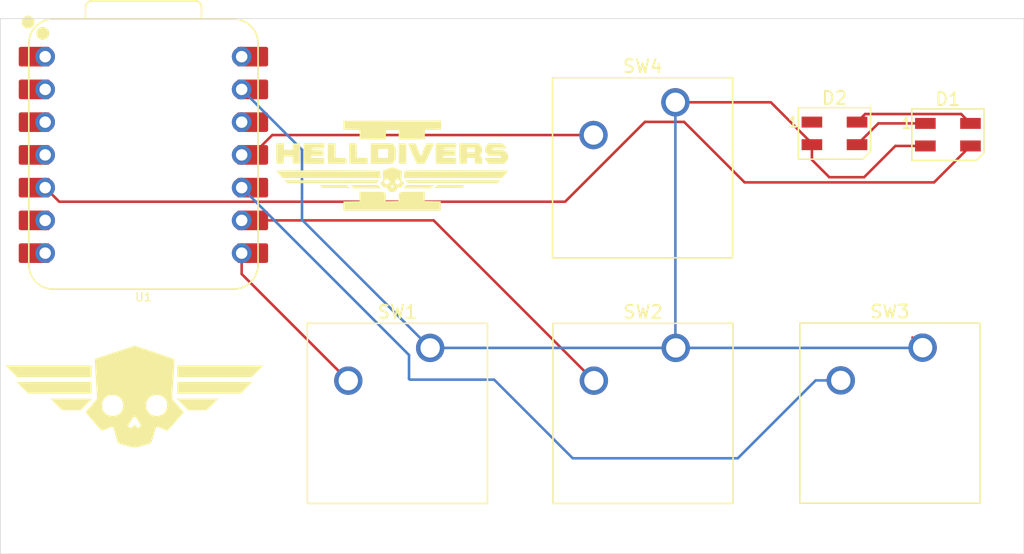
<source format=kicad_pcb>
(kicad_pcb (version 20241229) (generator "pcbnew") (generator_version "9.0")
  (layers (0 "F.Cu" signal) (2 "B.Cu" signal) (13 "F.Paste" user) (15 "B.Paste" user) (5 "F.SilkS" user "F.Silkscreen") (7 "B.SilkS" user "B.Silkscreen") (1 "F.Mask" user) (3 "B.Mask" user) (25 "Edge.Cuts" user))
  (net 0 "")
  (net 1 "Net-(D1-DIN)")
  (net 2 "Net-(U1-GPIO1{slash}RX)")
  (net 3 "GND")
  (net 4 "Net-(U1-GPIO2{slash}SCK)")
  (net 5 "Net-(U1-GPIO4{slash}MISO)")
  (net 6 "Net-(U1-GPIO3{slash}MOSI)")
  (net 8 "+5V")
  (net 15 "Net-(D1-DOUT)")
  (net 16 "Net-(D1-VDD)")
  (footprint "Button_Switch_Keyboard:SW_Cherry_MX_1.00u_PCB" (layer "F.Cu") (at 193.04 106.83875)
    (property "Reference" "SW1" (at -2.54 -2.794 0) (layer "F.SilkS"))
    (property "Value" "SW_Push")
    (fp_line (start -9.525 -1.905) (end 4.445 -1.905) (stroke (width 0.12)) (layer "F.SilkS"))
    (fp_line (start -9.525 12.065) (end -9.525 -1.905) (stroke (width 0.12)) (layer "F.SilkS"))
    (fp_line (start 4.445 -1.905) (end 4.445 12.065) (stroke (width 0.12)) (layer "F.SilkS"))
    (fp_line (start 4.445 12.065) (end -9.525 12.065) (stroke (width 0.12)) (layer "F.SilkS"))
    (pad "" np_thru_hole circle (at -7.62 5.08) (size 1.7 1.7) (drill 1.7) (layers "*.Cu" "*.Mask"))
    (pad "" np_thru_hole circle (at -2.54 5.08) (size 4 4) (drill 4) (layers "*.Cu" "*.Mask"))
    (pad "" np_thru_hole circle (at 2.54 5.08) (size 1.7 1.7) (drill 1.7) (layers "*.Cu" "*.Mask"))
    (pad "1" thru_hole circle (at 0 0) (size 2.2 2.2) (drill 1.5) (layers "*.Cu" "*.Mask") (net 3 "GND"))
    (pad "2" thru_hole circle (at -6.35 2.54) (size 2.2 2.2) (drill 1.5) (layers "*.Cu" "*.Mask") (net 2 "Net-(U1-GPIO1{slash}RX)"))
  )
  (footprint "Button_Switch_Keyboard:SW_Cherry_MX_1.00u_PCB" (layer "F.Cu") (at 212.09 106.83875)
    (property "Reference" "SW2" (at -2.54 -2.794 0) (layer "F.SilkS"))
    (property "Value" "SW_Push")
    (fp_line (start -9.525 -1.905) (end 4.445 -1.905) (stroke (width 0.12)) (layer "F.SilkS"))
    (fp_line (start -9.525 12.065) (end -9.525 -1.905) (stroke (width 0.12)) (layer "F.SilkS"))
    (fp_line (start 4.445 -1.905) (end 4.445 12.065) (stroke (width 0.12)) (layer "F.SilkS"))
    (fp_line (start 4.445 12.065) (end -9.525 12.065) (stroke (width 0.12)) (layer "F.SilkS"))
    (pad "" np_thru_hole circle (at -7.62 5.08) (size 1.7 1.7) (drill 1.7) (layers "*.Cu" "*.Mask"))
    (pad "" np_thru_hole circle (at -2.54 5.08) (size 4 4) (drill 4) (layers "*.Cu" "*.Mask"))
    (pad "" np_thru_hole circle (at 2.54 5.08) (size 1.7 1.7) (drill 1.7) (layers "*.Cu" "*.Mask"))
    (pad "1" thru_hole circle (at 0 0) (size 2.2 2.2) (drill 1.5) (layers "*.Cu" "*.Mask") (net 3 "GND"))
    (pad "2" thru_hole circle (at -6.35 2.54) (size 2.2 2.2) (drill 1.5) (layers "*.Cu" "*.Mask") (net 4 "Net-(U1-GPIO2{slash}SCK)"))
  )
  (footprint "Button_Switch_Keyboard:SW_Cherry_MX_1.00u_PCB" (layer "F.Cu") (at 212.06 87.78875)
    (property "Reference" "SW4" (at -2.54 -2.794 0) (layer "F.SilkS"))
    (property "Value" "SW_Push")
    (fp_line (start -9.525 -1.905) (end 4.445 -1.905) (stroke (width 0.12)) (layer "F.SilkS"))
    (fp_line (start -9.525 12.065) (end -9.525 -1.905) (stroke (width 0.12)) (layer "F.SilkS"))
    (fp_line (start 4.445 -1.905) (end 4.445 12.065) (stroke (width 0.12)) (layer "F.SilkS"))
    (fp_line (start 4.445 12.065) (end -9.525 12.065) (stroke (width 0.12)) (layer "F.SilkS"))
    (pad "" np_thru_hole circle (at -7.62 5.08) (size 1.7 1.7) (drill 1.7) (layers "*.Cu" "*.Mask"))
    (pad "" np_thru_hole circle (at -2.54 5.08) (size 4 4) (drill 4) (layers "*.Cu" "*.Mask"))
    (pad "" np_thru_hole circle (at 2.54 5.08) (size 1.7 1.7) (drill 1.7) (layers "*.Cu" "*.Mask"))
    (pad "1" thru_hole circle (at 0 0) (size 2.2 2.2) (drill 1.5) (layers "*.Cu" "*.Mask") (net 3 "GND"))
    (pad "2" thru_hole circle (at -6.35 2.54) (size 2.2 2.2) (drill 1.5) (layers "*.Cu" "*.Mask") (net 6 "Net-(U1-GPIO3{slash}MOSI)"))
  )
  (footprint "Button_Switch_Keyboard:SW_Cherry_MX_1.00u_PCB" (layer "F.Cu") (at 231.24 106.82)
    (property "Reference" "SW3" (at -2.54 -2.794 0) (layer "F.SilkS"))
    (property "Value" "SW_Push")
    (fp_line (start -9.525 -1.905) (end 4.445 -1.905) (stroke (width 0.12)) (layer "F.SilkS"))
    (fp_line (start -9.525 12.065) (end -9.525 -1.905) (stroke (width 0.12)) (layer "F.SilkS"))
    (fp_line (start 4.445 -1.905) (end 4.445 12.065) (stroke (width 0.12)) (layer "F.SilkS"))
    (fp_line (start 4.445 12.065) (end -9.525 12.065) (stroke (width 0.12)) (layer "F.SilkS"))
    (pad "" np_thru_hole circle (at -7.62 5.08) (size 1.7 1.7) (drill 1.7) (layers "*.Cu" "*.Mask"))
    (pad "" np_thru_hole circle (at -2.54 5.08) (size 4 4) (drill 4) (layers "*.Cu" "*.Mask"))
    (pad "" np_thru_hole circle (at 2.54 5.08) (size 1.7 1.7) (drill 1.7) (layers "*.Cu" "*.Mask"))
    (pad "1" thru_hole circle (at 0 0) (size 2.2 2.2) (drill 1.5) (layers "*.Cu" "*.Mask") (net 3 "GND"))
    (pad "2" thru_hole circle (at -6.35 2.54) (size 2.2 2.2) (drill 1.5) (layers "*.Cu" "*.Mask") (net 5 "Net-(U1-GPIO4{slash}MISO)"))
  )
  (footprint "OPL:XIAO-RP2040-DIP" (layer "F.Cu") (at 170.8 91.8685)
    (property "Reference" "U1" (at 0 11.0315 0) (layer "F.SilkS") (effects (font (size 0.635 0.635) (thickness 0.1016))))
    (property "Value" "XIAO-RP2040-DIP")
    (fp_line (start -8.89 8.509) (end -8.89 -8.636) (stroke (width 0.127)) (layer "F.SilkS"))
    (fp_line (start -6.985 10.414) (end 6.985 10.414) (stroke (width 0.127)) (layer "F.SilkS"))
    (fp_line (start -4.495 -10.541) (end -4.491272 -11.451272) (stroke (width 0.127)) (layer "F.SilkS"))
    (fp_line (start -3.991272 -11.951) (end 4.004 -11.951) (stroke (width 0.127)) (layer "F.SilkS"))
    (fp_line (start 4.504 -11.451) (end 4.504 -10.541) (stroke (width 0.127)) (layer "F.SilkS"))
    (fp_line (start 6.985 -10.541) (end -6.985 -10.541) (stroke (width 0.1)) (layer "F.SilkS"))
    (fp_line (start 6.985 -10.541) (end -6.985 -10.541) (stroke (width 0.127)) (layer "F.SilkS"))
    (fp_line (start 8.89 8.509) (end 8.89 -8.636) (stroke (width 0.127)) (layer "F.SilkS"))
    (fp_arc (start -8.89 -8.636) (mid -8.332038 -9.983038) (end -6.985 -10.541) (stroke (width 0.127)) (layer "F.SilkS"))
    (fp_arc (start -6.985 10.414) (mid -8.332038 9.856038) (end -8.89 8.509) (stroke (width 0.127)) (layer "F.SilkS"))
    (fp_arc (start -4.491272 -11.451272) (mid -4.344728 -11.80464) (end -3.991272 -11.951) (stroke (width 0.127)) (layer "F.SilkS"))
    (fp_arc (start 4.004 -11.951) (mid 4.357553 -11.804553) (end 4.504 -11.451) (stroke (width 0.127)) (layer "F.SilkS"))
    (fp_arc (start 6.985 -10.541) (mid 8.332038 -9.983038) (end 8.89 -8.636) (stroke (width 0.127)) (layer "F.SilkS"))
    (fp_arc (start 8.89 8.509) (mid 8.332038 9.856038) (end 6.985 10.414) (stroke (width 0.127)) (layer "F.SilkS"))
    (fp_circle (center -8.95 -10.3) (end -8.95 -10.554) (stroke (width 0.5)) (fill yes) (layer "F.SilkS"))
    (fp_circle (center -7.807 -9.42) (end -7.807 -9.674) (stroke (width 0.5)) (fill yes) (layer "F.SilkS"))
    (pad "1" smd roundrect (at -8.455 -7.62 180) (size 2.432 1.524) (layers "F.Cu" "F.Mask") (roundrect_rratio 0.1))
    (pad "1" thru_hole circle (at -7.62 -7.62 180) (size 1.524 1.524) (drill 0.889) (layers "*.Cu" "*.Mask"))
    (pad "2" smd roundrect (at -8.455 -5.08 180) (size 2.432 1.524) (layers "F.Cu" "F.Mask") (roundrect_rratio 0.1))
    (pad "2" thru_hole circle (at -7.62 -5.08 180) (size 1.524 1.524) (drill 0.889) (layers "*.Cu" "*.Mask"))
    (pad "3" smd roundrect (at -8.455 -2.54 180) (size 2.432 1.524) (layers "F.Cu" "F.Mask") (roundrect_rratio 0.1))
    (pad "3" thru_hole circle (at -7.62 -2.54 180) (size 1.524 1.524) (drill 0.889) (layers "*.Cu" "*.Mask"))
    (pad "4" smd roundrect (at -8.455 0 180) (size 2.432 1.524) (layers "F.Cu" "F.Mask") (roundrect_rratio 0.1))
    (pad "4" thru_hole circle (at -7.62 0 180) (size 1.524 1.524) (drill 0.889) (layers "*.Cu" "*.Mask"))
    (pad "5" smd roundrect (at -8.455 2.54 180) (size 2.432 1.524) (layers "F.Cu" "F.Mask") (roundrect_rratio 0.1) (net 1 "Net-(D1-DIN)"))
    (pad "5" thru_hole circle (at -7.62 2.54 180) (size 1.524 1.524) (drill 0.889) (layers "*.Cu" "*.Mask") (net 1 "Net-(D1-DIN)"))
    (pad "6" smd roundrect (at -8.455 5.08 180) (size 2.432 1.524) (layers "F.Cu" "F.Mask") (roundrect_rratio 0.1))
    (pad "6" thru_hole circle (at -7.62 5.08 180) (size 1.524 1.524) (drill 0.889) (layers "*.Cu" "*.Mask"))
    (pad "7" smd roundrect (at -8.455 7.62 180) (size 2.432 1.524) (layers "F.Cu" "F.Mask") (roundrect_rratio 0.1))
    (pad "7" thru_hole circle (at -7.62 7.62 180) (size 1.524 1.524) (drill 0.889) (layers "*.Cu" "*.Mask"))
    (pad "8" thru_hole circle (at 7.62 7.62) (size 1.524 1.524) (drill 0.889) (layers "*.Cu" "*.Mask") (net 2 "Net-(U1-GPIO1{slash}RX)"))
    (pad "8" smd roundrect (at 8.455 7.62) (size 2.432 1.524) (layers "F.Cu" "F.Mask") (roundrect_rratio 0.1) (net 2 "Net-(U1-GPIO1{slash}RX)"))
    (pad "9" thru_hole circle (at 7.62 5.08) (size 1.524 1.524) (drill 0.889) (layers "*.Cu" "*.Mask") (net 4 "Net-(U1-GPIO2{slash}SCK)"))
    (pad "9" smd roundrect (at 8.455 5.08) (size 2.432 1.524) (layers "F.Cu" "F.Mask") (roundrect_rratio 0.1) (net 4 "Net-(U1-GPIO2{slash}SCK)"))
    (pad "10" thru_hole circle (at 7.62 2.54) (size 1.524 1.524) (drill 0.889) (layers "*.Cu" "*.Mask") (net 5 "Net-(U1-GPIO4{slash}MISO)"))
    (pad "10" smd roundrect (at 8.455 2.54) (size 2.432 1.524) (layers "F.Cu" "F.Mask") (roundrect_rratio 0.1) (net 5 "Net-(U1-GPIO4{slash}MISO)"))
    (pad "11" thru_hole circle (at 7.62 0) (size 1.524 1.524) (drill 0.889) (layers "*.Cu" "*.Mask") (net 6 "Net-(U1-GPIO3{slash}MOSI)"))
    (pad "11" smd roundrect (at 8.455 0) (size 2.432 1.524) (layers "F.Cu" "F.Mask") (roundrect_rratio 0.1) (net 6 "Net-(U1-GPIO3{slash}MOSI)"))
    (pad "12" thru_hole circle (at 7.62 -2.54) (size 1.524 1.524) (drill 0.889) (layers "*.Cu" "*.Mask"))
    (pad "12" smd roundrect (at 8.455 -2.54) (size 2.432 1.524) (layers "F.Cu" "F.Mask") (roundrect_rratio 0.1))
    (pad "13" thru_hole circle (at 7.62 -5.08) (size 1.524 1.524) (drill 0.889) (layers "*.Cu" "*.Mask") (net 3 "GND"))
    (pad "13" smd roundrect (at 8.455 -5.08) (size 2.432 1.524) (layers "F.Cu" "F.Mask") (roundrect_rratio 0.1) (net 3 "GND"))
    (pad "14" thru_hole circle (at 7.62 -7.62) (size 1.524 1.524) (drill 0.889) (layers "*.Cu" "*.Mask") (net 8 "+5V"))
    (pad "14" smd roundrect (at 8.455 -7.62) (size 2.432 1.524) (layers "F.Cu" "F.Mask") (roundrect_rratio 0.1) (net 8 "+5V"))
  )
  (footprint "LOGO" (layer "F.Cu") (at 190.1 92.7)
    (property "Reference" "G***" (hide yes))
    (property "Value" "LOGO" (hide yes))
    (fp_poly (pts (xy -1.100001 1.25) (xy -1.213078 1.366666) (xy -4.698206 1.366665) (xy -8.183334 1.366664) (xy -8.276422 1.249999) (xy -8.369509 1.133333) (xy -4.678216 1.133333) (xy -0.986923 1.133333)) (fill yes) (layer "F.SilkS"))
    (fp_poly (pts (xy 8.281073 1.25) (xy 8.192087 1.366666) (xy 4.702582 1.366666) (xy 1.213077 1.366666) (xy 1.1 1.25) (xy 0.986922 1.133333) (xy 4.67849 1.133333) (xy 8.370059 1.133333)) (fill yes) (layer "F.SilkS"))
    (fp_poly (pts (xy -3.483334 1.500001) (xy -3.390246 1.616667) (xy -3.297158 1.733333) (xy -4.375644 1.733333) (xy -5.45413 1.733333) (xy -5.527065 1.634683) (xy -5.574851 1.565615) (xy -5.599207 1.52174) (xy -5.6 1.518016) (xy -5.567987 1.513624) (xy -5.477228 1.509619) (xy -5.335642 1.506136) (xy -5.15115 1.50331) (xy -4.931671 1.501275) (xy -4.685126 1.500166) (xy -4.541667 1.5)) (fill yes) (layer "F.SilkS"))
    (fp_poly (pts (xy 0.791666 -1.726298) (xy 1.083333 -1.716667) (xy 1.083333 -0.933334) (xy 1.083333 -0.15) (xy 0.815127 -0.140429) (xy 0.687139 -0.138692) (xy 0.585876 -0.142594) (xy 0.528918 -0.151298) (xy 0.52346 -0.154318) (xy 0.516817 -0.192964) (xy 0.510904 -0.28867) (xy 0.506001 -0.431832) (xy 0.50239 -0.612845) (xy 0.500351 -0.822103) (xy 0.5 -0.956854) (xy 0.5 -1.735929)) (fill yes) (layer "F.SilkS"))
    (fp_poly (pts (xy 4.799603 1.502576) (xy 5.034754 1.504184) (xy 5.239209 1.507063) (xy 5.405059 1.511042) (xy 5.524395 1.515954) (xy 5.589307 1.521629) (xy 5.598946 1.525) (xy 5.578139 1.564323) (xy 5.528283 1.628863) (xy 5.517212 1.641666) (xy 5.436531 1.733333) (xy 4.364982 1.733333) (xy 3.293433 1.733333) (xy 3.388383 1.619073) (xy 3.483333 1.504813) (xy 4.541666 1.502406)) (fill yes) (layer "F.SilkS"))
    (fp_poly (pts (xy -4.4 -1.167663) (xy -4.4 -0.601992) (xy -3.975 -0.592663) (xy -3.55 -0.583334) (xy -3.55 -0.366667) (xy -3.55 -0.15) (xy -4.252133 -0.141022) (xy -4.462097 -0.139391) (xy -4.64918 -0.139942) (xy -4.803236 -0.142482) (xy -4.914117 -0.146816) (xy -4.971676 -0.15275) (xy -4.977133 -0.154911) (xy -4.983613 -0.193388) (xy -4.98938 -0.288926) (xy -4.99416 -0.431921) (xy -4.997679 -0.612769) (xy -4.999662 -0.821868) (xy -5 -0.955556) (xy -5 -1.733334) (xy -4.7 -1.733334) (xy -4.4 -1.733334)) (fill yes) (layer "F.SilkS"))
    (fp_poly (pts (xy -2.75914 -1.175) (xy -2.75 -0.616667) (xy -2.325 -0.607338) (xy -1.9 -0.598009) (xy -1.9 -0.365671) (xy -1.9 -0.133334) (xy -2.594445 -0.133334) (xy -2.803189 -0.134355) (xy -2.988963 -0.137209) (xy -3.141568 -0.141579) (xy -3.250807 -0.147149) (xy -3.306479 -0.153603) (xy -3.311112 -0.155556) (xy -3.317408 -0.193844) (xy -3.323012 -0.289203) (xy -3.327657 -0.43204) (xy -3.331077 -0.612763) (xy -3.333004 -0.821776) (xy -3.333334 -0.955556) (xy -3.333334 -1.733334) (xy -3.050806 -1.733334) (xy -2.768279 -1.733334)) (fill yes) (layer "F.SilkS"))
    (fp_poly (pts (xy 0.130524 -1.575) (xy 0.266236 -1.416667) (xy 0.266451 -0.95308) (xy 0.266666 -0.489492) (xy 0.129279 -0.311413) (xy -0.008108 -0.133334) (xy -0.837387 -0.133334) (xy -1.666667 -0.133334) (xy -1.666667 -0.6) (xy -1.102333 -0.6) (xy -0.717833 -0.6) (xy -0.333334 -0.6) (xy -0.333334 -0.951092) (xy -0.333334 -1.302184) (xy -0.708334 -1.292759) (xy -1.083334 -1.283334) (xy -1.092833 -0.941667) (xy -1.102333 -0.6) (xy -1.666667 -0.6) (xy -1.666667 -0.933334) (xy -1.666667 -1.733334) (xy -0.835927 -1.733334) (xy -0.005188 -1.733334)) (fill yes) (layer "F.SilkS"))
    (fp_poly (pts (xy -0.988732 1.612552) (xy -0.940526 1.685885) (xy -0.92122 1.736661) (xy -0.923664 1.745885) (xy -0.96096 1.75105) (xy -1.05664 1.755747) (xy -1.20242 1.75981) (xy -1.390019 1.763075) (xy -1.611153 1.765377) (xy -1.857539 1.76655) (xy -1.965684 1.766666) (xy -2.986923 1.766666) (xy -3.093462 1.656746) (xy -3.157141 1.586372) (xy -3.19522 1.535266) (xy -3.2 1.523413) (xy -3.167985 1.517716) (xy -3.077207 1.512521) (xy -2.93557 1.507999) (xy -2.750978 1.504327) (xy -2.531334 1.501678) (xy -2.284542 1.500225) (xy -2.13729 1.5) (xy -1.07458 1.5)) (fill yes) (layer "F.SilkS"))
    (fp_poly (pts (xy 2.395841 1.500807) (xy 2.631675 1.503096) (xy 2.836887 1.506667) (xy 3.003574 1.511321) (xy 3.123832 1.516859) (xy 3.189759 1.523081) (xy 3.2 1.526794) (xy 3.178004 1.564146) (xy 3.122397 1.627615) (xy 3.090079 1.660127) (xy 2.980159 1.766666) (xy 1.940079 1.766666) (xy 1.684402 1.766085) (xy 1.451528 1.764438) (xy 1.249448 1.76187) (xy 1.086149 1.758527) (xy 0.969622 1.754554) (xy 0.907855 1.750095) (xy 0.9 1.747775) (xy 0.918443 1.712014) (xy 0.964784 1.644589) (xy 0.987289 1.614442) (xy 1.074579 1.5) (xy 2.137289 1.5)) (fill yes) (layer "F.SilkS"))
    (fp_poly (pts (xy 3.784164 -3.425143) (xy 3.791778 -3.35768) (xy 3.795359 -3.244813) (xy 3.794375 -3.107711) (xy 3.793168 -3.066667) (xy 3.783333 -2.783334) (xy 3.158333 -2.774265) (xy 2.533333 -2.765196) (xy 2.533333 -2.399265) (xy 2.533333 -2.033334) (xy 1.517794 -2.033334) (xy 0.502255 -2.033334) (xy 0.492794 -2.391667) (xy 0.483333 -2.75) (xy 0 -2.75) (xy -0.483334 -2.75) (xy -0.492795 -2.391667) (xy -0.502256 -2.033334) (xy -1.517795 -2.033334) (xy -2.533334 -2.033334) (xy -2.533334 -2.399265) (xy -2.533334 -2.765196) (xy -3.158334 -2.774265) (xy -3.783334 -2.783334) (xy -3.783334 -3.133334) (xy -3.783334 -3.483334) (xy -0.009005 -3.49181) (xy 3.765325 -3.500285)) (fill yes) (layer "F.SilkS"))
    (fp_poly (pts (xy -7.141061 -0.942974) (xy -7.15 -0.15) (xy -7.433334 -0.15) (xy -7.716667 -0.15) (xy -7.726349 -0.425) (xy -7.73603 -0.7) (xy -8.066667 -0.7) (xy -8.397304 -0.7) (xy -8.406986 -0.425) (xy -8.416667 -0.15) (xy -8.684873 -0.140429) (xy -8.812861 -0.138692) (xy -8.914124 -0.142594) (xy -8.971082 -0.151298) (xy -8.97654 -0.154318) (xy -8.983188 -0.192968) (xy -8.989105 -0.288671) (xy -8.99401 -0.431811) (xy -8.997619 -0.612776) (xy -8.999654 -0.821952) (xy -9 -0.955556) (xy -9 -1.733334) (xy -8.7 -1.733334) (xy -8.4 -1.733334) (xy -8.4 -1.483334) (xy -8.4 -1.233334) (xy -8.068127 -1.233334) (xy -7.736254 -1.233334) (xy -7.726461 -1.475) (xy -7.716667 -1.716667) (xy -7.424394 -1.726307) (xy -7.132121 -1.735947)) (fill yes) (layer "F.SilkS"))
    (fp_poly (pts (xy -4.703817 0.363885) (xy -4.259246 0.364753) (xy -3.822473 0.366075) (xy -3.398463 0.367846) (xy -2.992179 0.370063) (xy -2.608586 0.372721) (xy -2.252648 0.375817) (xy -1.929328 0.379346) (xy -1.643592 0.383305) (xy -1.400404 0.387688) (xy -1.204726 0.392493) (xy -1.061525 0.397714) (xy -0.975764 0.403348) (xy -0.951762 0.408333) (xy -0.943296 0.459952) (xy -0.932584 0.558496) (xy -0.921709 0.684363) (xy -0.9199 0.708333) (xy -0.900851 0.966666) (xy -4.708759 0.965462) (xy -8.516667 0.964257) (xy -8.741667 0.70049) (xy -8.835168 0.587692) (xy -8.909674 0.491744) (xy -8.955972 0.424882) (xy -8.966667 0.401695) (xy -8.934162 0.395777) (xy -8.839957 0.39037) (xy -8.689015 0.385471) (xy -8.486301 0.381075) (xy -8.236779 0.377178) (xy -7.945414 0.373776) (xy -7.617169 0.370865) (xy -7.257008 0.36844) (xy -6.869897 0.366498) (xy -6.460798 0.365035) (xy -6.034676 0.364046) (xy -5.596496 0.363528) (xy -5.151222 0.363476)) (fill yes) (layer "F.SilkS"))
    (fp_poly (pts (xy 5.470671 0.366829) (xy 5.962676 0.367304) (xy 6.431976 0.368072) (xy 6.874467 0.369111) (xy 7.286046 0.370401) (xy 7.662611 0.371922) (xy 8.000057 0.373654) (xy 8.294282 0.375576) (xy 8.541181 0.377668) (xy 8.736653 0.37991) (xy 8.876593 0.38228) (xy 8.956898 0.38476) (xy 8.975473 0.386585) (xy 8.963357 0.418343) (xy 8.91527 0.489217) (xy 8.839187 0.588196) (xy 8.75814 0.686585) (xy 8.520887 0.966666) (xy 4.709053 0.966666) (xy 0.897219 0.966666) (xy 0.917953 0.708333) (xy 0.929457 0.579664) (xy 0.940987 0.474787) (xy 0.950345 0.413288) (xy 0.95163 0.408333) (xy 0.965958 0.401842) (xy 1.006685 0.396017) (xy 1.076794 0.390825) (xy 1.179267 0.386237) (xy 1.317087 0.382221) (xy 1.493236 0.378745) (xy 1.710697 0.37578) (xy 1.972453 0.373293) (xy 2.281485 0.371255) (xy 2.640778 0.369634) (xy 3.053312 0.368398) (xy 3.522071 0.367518) (xy 4.050038 0.366961) (xy 4.640194 0.366698) (xy 4.960064 0.366666)) (fill yes) (layer "F.SilkS"))
    (fp_poly (pts (xy -5.266667 -1.534225) (xy -5.266667 -1.335116) (xy -5.757915 -1.325892) (xy -5.950232 -1.321498) (xy -6.085858 -1.315847) (xy -6.174769 -1.307616) (xy -6.226942 -1.295483) (xy -6.252354 -1.278123) (xy -6.260176 -1.259289) (xy -6.258787 -1.236244) (xy -6.237747 -1.219854) (xy -6.187208 -1.208657) (xy -6.09732 -1.201195) (xy -5.958235 -1.196005) (xy -5.810594 -1.192623) (xy -5.35 -1.183334) (xy -5.340077 -0.975) (xy -5.330153 -0.766667) (xy -5.79841 -0.766667) (xy -6.266667 -0.766667) (xy -6.266667 -0.684225) (xy -6.266667 -0.601783) (xy -5.775 -0.592558) (xy -5.283334 -0.583334) (xy -5.273478 -0.358334) (xy -5.263621 -0.133334) (xy -6.042922 -0.133334) (xy -6.264434 -0.134246) (xy -6.463366 -0.136806) (xy -6.630136 -0.140747) (xy -6.755159 -0.145805) (xy -6.828852 -0.151712) (xy -6.844445 -0.155556) (xy -6.850741 -0.193844) (xy -6.856345 -0.289203) (xy -6.86099 -0.43204) (xy -6.86441 -0.612763) (xy -6.866338 -0.821776) (xy -6.866667 -0.955556) (xy -6.866667 -1.733334) (xy -6.066667 -1.733334) (xy -5.266667 -1.733334)) (fill yes) (layer "F.SilkS"))
    (fp_poly (pts (xy 4.966666 -1.534225) (xy 4.966666 -1.335116) (xy 4.475418 -1.325892) (xy 4.283102 -1.321498) (xy 4.147476 -1.315847) (xy 4.058564 -1.307616) (xy 4.006391 -1.295483) (xy 3.980979 -1.278123) (xy 3.973158 -1.259289) (xy 3.974546 -1.236244) (xy 3.995586 -1.219854) (xy 4.046126 -1.208657) (xy 4.136014 -1.201195) (xy 4.275098 -1.196005) (xy 4.422739 -1.192623) (xy 4.883333 -1.183334) (xy 4.893257 -0.975) (xy 4.903181 -0.766667) (xy 4.434923 -0.766667) (xy 3.966666 -0.766667) (xy 3.966666 -0.683334) (xy 3.966666 -0.6) (xy 4.466666 -0.6) (xy 4.966666 -0.6) (xy 4.966666 -0.366667) (xy 4.966666 -0.133334) (xy 4.188888 -0.133334) (xy 3.9676 -0.134248) (xy 3.768897 -0.136812) (xy 3.602373 -0.140761) (xy 3.477622 -0.145826) (xy 3.404238 -0.151743) (xy 3.388888 -0.155556) (xy 3.382592 -0.193844) (xy 3.376988 -0.289203) (xy 3.372343 -0.43204) (xy 3.368923 -0.612763) (xy 3.366996 -0.821776) (xy 3.366666 -0.955556) (xy 3.366666 -1.733334) (xy 4.166666 -1.733334) (xy 4.966666 -1.733334)) (fill yes) (layer "F.SilkS"))
    (fp_poly (pts (xy 1.534589 -1.726433) (xy 1.812981 -1.716667) (xy 2.010657 -1.223612) (xy 2.078392 -1.058115) (xy 2.138243 -0.918373) (xy 2.185724 -0.814352) (xy 2.216349 -0.756015) (xy 2.225076 -0.747299) (xy 2.242776 -0.78248) (xy 2.280571 -0.868485) (xy 2.333753 -0.994255) (xy 2.397617 -1.148732) (xy 2.434952 -1.240354) (xy 2.628086 -1.716667) (xy 2.930709 -1.726251) (xy 3.063376 -1.727393) (xy 3.166469 -1.722457) (xy 3.225212 -1.712441) (xy 3.233333 -1.705793) (xy 3.219985 -1.668411) (xy 3.182436 -1.579) (xy 3.124427 -1.44606) (xy 3.049702 -1.27809) (xy 2.962001 -1.083588) (xy 2.884225 -0.912875) (xy 2.535118 -0.15) (xy 2.23528 -0.14043) (xy 2.088869 -0.137502) (xy 1.994812 -0.141436) (xy 1.938968 -0.154332) (xy 1.907195 -0.178293) (xy 1.898679 -0.19043) (xy 1.860029 -0.261448) (xy 1.803753 -0.37588) (xy 1.734257 -0.523693) (xy 1.655948 -0.694854) (xy 1.573233 -0.879328) (xy 1.490517 -1.067083) (xy 1.412208 -1.248084) (xy 1.342713 -1.412298) (xy 1.286437 -1.549692) (xy 1.247787 -1.650231) (xy 1.231171 -1.703883) (xy 1.231411 -1.709766) (xy 1.274101 -1.720809) (xy 1.366062 -1.727087) (xy 1.490009 -1.72765)) (fill yes) (layer "F.SilkS"))
    (fp_poly (pts (xy 5.958333 -1.733205) (xy 6.716666 -1.733077) (xy 6.841666 -1.578608) (xy 6.913517 -1.482776) (xy 6.95096 -1.403656) (xy 6.964953 -1.310121) (xy 6.966666 -1.22355) (xy 6.960416 -1.093262) (xy 6.936729 -1.001317) (xy 6.888198 -0.920148) (xy 6.883466 -0.913879) (xy 6.800266 -0.804798) (xy 6.883466 -0.705921) (xy 6.928588 -0.642848) (xy 6.953884 -0.574147) (xy 6.964746 -0.477973) (xy 6.966666 -0.368841) (xy 6.966666 -0.130638) (xy 6.691666 -0.140319) (xy 6.416666 -0.15) (xy 6.40681 -0.375) (xy 6.396954 -0.6) (xy 6.1 -0.6) (xy 5.803045 -0.6) (xy 5.793189 -0.375) (xy 5.783333 -0.15) (xy 5.515127 -0.140429) (xy 5.387139 -0.138692) (xy 5.285876 -0.142594) (xy 5.228918 -0.151298) (xy 5.22346 -0.154318) (xy 5.216812 -0.192968) (xy 5.210895 -0.288671) (xy 5.20599 -0.431811) (xy 5.202381 -0.612776) (xy 5.200346 -0.821952) (xy 5.2 -0.955556) (xy 5.2 -1.183334) (xy 5.8 -1.183334) (xy 5.8 -1.033334) (xy 6.1 -1.033334) (xy 6.4 -1.033334) (xy 6.4 -1.183334) (xy 6.4 -1.333334) (xy 6.1 -1.333334) (xy 5.8 -1.333334) (xy 5.8 -1.183334) (xy 5.2 -1.183334) (xy 5.2 -1.733334)) (fill yes) (layer "F.SilkS"))
    (fp_poly (pts (xy 1.447944 2.033193) (xy 1.566351 2.033291) (xy 2.516666 2.03325) (xy 2.516666 2.391625) (xy 2.516666 2.75) (xy 3.141666 2.759068) (xy 3.766666 2.768137) (xy 3.766666 3.134068) (xy 3.766666 3.5) (xy 0.000635 3.5) (xy -3.765397 3.5) (xy -3.784201 3.425) (xy -3.791797 3.357608) (xy -3.795366 3.2448) (xy -3.794377 3.107734) (xy -3.793169 3.066666) (xy -3.783334 2.783333) (xy -3.158334 2.774264) (xy -2.533334 2.765195) (xy -2.533334 2.399264) (xy -2.533334 2.033333) (xy -1.589144 2.033333) (xy -1.313899 2.033432) (xy -1.097533 2.034125) (xy -0.932258 2.036001) (xy -0.810288 2.039652) (xy -0.723835 2.045669) (xy -0.665111 2.054642) (xy -0.626329 2.067163) (xy -0.599701 2.083822) (xy -0.577441 2.105211) (xy -0.572478 2.110481) (xy -0.536588 2.157137) (xy -0.514799 2.214625) (xy -0.503765 2.299905) (xy -0.500142 2.429938) (xy -0.5 2.478039) (xy -0.5 2.768448) (xy -0.008334 2.759224) (xy 0.483333 2.75) (xy 0.5 2.466666) (xy 0.506115 2.345539) (xy 0.513296 2.249271) (xy 0.528533 2.175023) (xy 0.558817 2.119954) (xy 0.611138 2.081221) (xy 0.692485 2.055986) (xy 0.809849 2.041406) (xy 0.970221 2.034641) (xy 1.180589 2.03285)) (fill yes) (layer "F.SilkS"))
    (fp_poly (pts (xy 8.713423 -1.563234) (xy 8.7873 -1.47428) (xy 8.835595 -1.402749) (xy 8.848158 -1.363742) (xy 8.847878 -1.363234) (xy 8.809899 -1.353084) (xy 8.716959 -1.344411) (xy 8.580758 -1.33785) (xy 8.412996 -1.334038) (xy 8.298032 -1.333334) (xy 8.099031 -1.332942) (xy 7.957085 -1.330963) (xy 7.862583 -1.32619) (xy 7.805914 -1.317418) (xy 7.777468 -1.303442) (xy 7.767632 -1.283054) (xy 7.766666 -1.266667) (xy 7.770166 -1.240133) (xy 7.787543 -1.22176) (xy 7.829111 -1.210055) (xy 7.905184 -1.203523) (xy 8.026077 -1.200671) (xy 8.202104 -1.200004) (xy 8.226975 -1.2) (xy 8.687284 -1.2) (xy 8.843642 -1.018892) (xy 8.926828 -0.917957) (xy 8.973888 -0.842344) (xy 8.994909 -0.769328) (xy 8.999981 -0.676183) (xy 9 -0.666667) (xy 8.995813 -0.57078) (xy 8.97653 -0.496942) (xy 8.932061 -0.422428) (xy 8.852317 -0.324511) (xy 8.843642 -0.314442) (xy 8.687284 -0.133334) (xy 8.081024 -0.133334) (xy 7.474764 -0.133334) (xy 7.317455 -0.317466) (xy 7.241138 -0.408961) (xy 7.19293 -0.478209) (xy 7.178294 -0.528308) (xy 7.202693 -0.562356) (xy 7.271589 -0.583452) (xy 7.390444 -0.594692) (xy 7.564721 -0.599175) (xy 7.799882 -0.6) (xy 7.81562 -0.6) (xy 8.433333 -0.6) (xy 8.433333 -0.683334) (xy 8.433333 -0.766667) (xy 7.954245 -0.766667) (xy 7.475157 -0.766667) (xy 7.337578 -0.915922) (xy 7.259482 -1.006448) (xy 7.218226 -1.078632) (xy 7.202282 -1.160011) (xy 7.2 -1.244563) (xy 7.204645 -1.351534) (xy 7.226085 -1.429766) (xy 7.275574 -1.506873) (xy 7.336166 -1.578641) (xy 7.472332 -1.733334) (xy 8.01641 -1.733334) (xy 8.560488 -1.733334)) (fill yes) (layer "F.SilkS"))
    (fp_poly (pts (xy 0.366334 0.249889) (xy 0.511732 0.299841) (xy 0.631932 0.343979) (xy 0.713892 0.377322) (xy 0.744386 0.394311) (xy 0.746763 0.434894) (xy 0.743979 0.526988) (xy 0.736664 0.655691) (xy 0.728689 0.765913) (xy 0.701274 1.115161) (xy 0.822314 1.239117) (xy 0.881846 1.302357) (xy 0.912261 1.351875) (xy 0.910557 1.401911) (xy 0.873727 1.466706) (xy 0.798767 1.560502) (xy 0.739838 1.630033) (xy 0.675961 1.699156) (xy 0.627209 1.724839) (xy 0.568223 1.716608) (xy 0.536907 1.70624) (xy 0.461872 1.685727) (xy 0.425051 1.697256) (xy 0.410235 1.726207) (xy 0.362075 1.856055) (xy 0.321075 1.937225) (xy 0.274614 1.984702) (xy 0.210067 2.013473) (xy 0.155654 2.028432) (xy 0.057009 2.052362) (xy -0.008378 2.060363) (xy -0.07118 2.051553) (xy -0.162071 2.025052) (xy -0.182548 2.018717) (xy -0.266694 1.985434) (xy -0.316936 1.937355) (xy -0.35383 1.852054) (xy -0.363766 1.821032) (xy -0.402969 1.720616) (xy -0.440652 1.681175) (xy -0.459316 1.682295) (xy -0.552575 1.712234) (xy -0.62196 1.711758) (xy -0.685792 1.673563) (xy -0.697644 1.660687) (xy -0.120363 1.660687) (xy -0.07873 1.680936) (xy -0.007306 1.686552) (xy 0.065668 1.678929) (xy 0.11195 1.659463) (xy 0.116666 1.648984) (xy 0.101301 1.605612) (xy 0.06567 1.545677) (xy 0.025467 1.491893) (xy -0.003611 1.466974) (xy -0.007922 1.468677) (xy -0.034133 1.502351) (xy -0.078621 1.556232) (xy -0.116828 1.618725) (xy -0.120363 1.660687) (xy -0.697644 1.660687) (xy -0.762392 1.590342) (xy -0.796793 1.547741) (xy -0.943585 1.363308) (xy -0.822155 1.238953) (xy -0.802393 1.218715) (xy -0.624448 1.218715) (xy -0.622909 1.285772) (xy -0.57364 1.366697) (xy -0.5628 1.380678) (xy -0.476321 1.449385) (xy -0.381699 1.454549) (xy -0.288468 1.396906) (xy -0.253981 1.356805) (xy -0.209757 1.288185) (xy -0.205821 1.236153) (xy -0.213957 1.218715) (xy 0.208885 1.218715) (xy 0.210424 1.285772) (xy 0.259694 1.366697) (xy 0.270534 1.380678) (xy 0.357013 1.449385) (xy 0.451635 1.454549) (xy 0.544865 1.396906) (xy 0.579352 1.356805) (xy 0.623576 1.288185) (xy 0.627513 1.236153) (xy 0.598268 1.173472) (xy 0.525692 1.099819) (xy 0.428359 1.067985) (xy 0.329667 1.080312) (xy 0.253167 1.138926) (xy 0.208885 1.218715) (xy -0.213957 1.218715) (xy -0.235066 1.173472) (xy -0.307642 1.099819) (xy -0.404975 1.067985) (xy -0.503666 1.080312) (xy -0.580167 1.138926) (xy -0.624448 1.218715) (xy -0.802393 1.218715) (xy -0.700726 1.114598) (xy -0.721873 0.745002) (xy -0.74302 0.375406) (xy -0.37151 0.251613) (xy 0 0.127821)) (fill yes) (layer "F.SilkS"))
  )
  (footprint "LOGO" (layer "F.Cu") (at 170.1 110.6)
    (property "Reference" "G***" (hide yes))
    (property "Value" "LOGO" (hide yes))
    (fp_poly (pts (xy -3.32092 -1.952299) (xy -3.32092 -1.499446) (xy -6.214312 -1.499446) (xy -9.107705 -1.499446) (xy -9.560222 -1.952299) (xy -10.012738 -2.405151) (xy -6.666829 -2.405151) (xy -3.32092 -2.405151)) (fill yes) (layer "F.SilkS"))
    (fp_poly (pts (xy 6.078288 0.62393) (xy 5.625771 1.076782) (xy 4.890808 1.076782) (xy 4.155845 1.076782) (xy 3.703328 0.62393) (xy 3.250811 0.171077) (xy 4.890808 0.171077) (xy 6.530805 0.171077)) (fill yes) (layer "F.SilkS"))
    (fp_poly (pts (xy -4.653882 0.171267) (xy -4.413972 0.171816) (xy -4.189005 0.172697) (xy -3.981979 0.173879) (xy -3.795893 0.175335) (xy -3.633747 0.177034) (xy -3.498538 0.178949) (xy -3.393266 0.181049) (xy -3.320929 0.183307) (xy -3.284527 0.185693) (xy -3.280666 0.186777) (xy -3.294404 0.204356) (xy -3.333312 0.246658) (xy -3.393927 0.310111) (xy -3.472787 0.391141) (xy -3.566432 0.486177) (xy -3.671399 0.591645) (xy -3.71947 0.63963) (xy -4.158274 1.076782) (xy -4.892023 1.076782) (xy -5.625772 1.076782) (xy -6.078289 0.62393) (xy -6.530806 0.171077) (xy -4.905736 0.171077)) (fill yes) (layer "F.SilkS"))
    (fp_poly (pts (xy -3.32092 -0.664184) (xy -3.32092 -0.211332) (xy -5.780372 -0.211332) (xy -8.239825 -0.211332) (xy -8.678629 -0.648485) (xy -8.787423 -0.757361) (xy -8.886393 -0.85735) (xy -8.972077 -0.944881) (xy -9.041014 -1.01638) (xy -9.089741 -1.068274) (xy -9.114798 -1.096992) (xy -9.117433 -1.101337) (xy -9.097681 -1.103169) (xy -9.03992 -1.10494) (xy -8.946397 -1.106638) (xy -8.819357 -1.108252) (xy -8.661045 -1.109768) (xy -8.473707 -1.111175) (xy -8.259589 -1.11246) (xy -8.020935 -1.113612) (xy -7.759992 -1.114618) (xy -7.479005 -1.115467) (xy -7.180219 -1.116145) (xy -6.86588 -1.11664) (xy -6.538233 -1.116942) (xy -6.219176 -1.117037) (xy -3.32092 -1.117037)) (fill yes) (layer "F.SilkS"))
    (fp_poly (pts (xy 6.557312 -1.11693) (xy 6.884257 -1.116617) (xy 7.197766 -1.116111) (xy 7.495593 -1.115422) (xy 7.775494 -1.114565) (xy 8.035221 -1.11355) (xy 8.272531 -1.11239) (xy 8.485176 -1.111097) (xy 8.670913 -1.109684) (xy 8.827495 -1.108162) (xy 8.952677 -1.106543) (xy 9.044213 -1.10484) (xy 9.099858 -1.103065) (xy 9.117432 -1.101337) (xy 9.103694 -1.083758) (xy 9.064786 -1.041456) (xy 9.004171 -0.978003) (xy 8.925311 -0.896973) (xy 8.831666 -0.801937) (xy 8.726699 -0.696469) (xy 8.678628 -0.648485) (xy 8.239824 -0.211332) (xy 5.780372 -0.211332) (xy 3.320919 -0.211332) (xy 3.320919 -0.664184) (xy 3.320919 -1.117037) (xy 6.219176 -1.117037)) (fill yes) (layer "F.SilkS"))
    (fp_poly (pts (xy 7.014777 -2.405058) (xy 7.366612 -2.404785) (xy 7.705314 -2.404342) (xy 8.028786 -2.403739) (xy 8.334935 -2.402985) (xy 8.621666 -2.402092) (xy 8.886884 -2.401067) (xy 9.128495 -2.399922) (xy 9.344405 -2.398667) (xy 9.532518 -2.39731) (xy 9.69074 -2.395863) (xy 9.816976 -2.394334) (xy 9.909133 -2.392734) (xy 9.965115 -2.391073) (xy 9.982884 -2.389451) (xy 9.969145 -2.371872) (xy 9.930238 -2.32957) (xy 9.869623 -2.266117) (xy 9.790762 -2.185087) (xy 9.697118 -2.090051) (xy 9.592151 -1.984583) (xy 9.54408 -1.936599) (xy 9.105276 -1.499446) (xy 6.213097 -1.499446) (xy 3.320919 -1.499446) (xy 3.320919 -1.952299) (xy 3.320919 -2.405151) (xy 6.651901 -2.405151)) (fill yes) (layer "F.SilkS"))
    (fp_poly (pts (xy 0.080287 -3.919389) (xy 0.143994 -3.898992) (xy 0.237928 -3.868222) (xy 0.35858 -3.828267) (xy 0.502439 -3.780317) (xy 0.665995 -3.725562) (xy 0.845738 -3.665192) (xy 1.038159 -3.600395) (xy 1.239748 -3.532362) (xy 1.446995 -3.462282) (xy 1.656389 -3.391345) (xy 1.864421 -3.32074) (xy 2.06758 -3.251657) (xy 2.262358 -3.185285) (xy 2.445244 -3.122815) (xy 2.612728 -3.065435) (xy 2.7613 -3.014336) (xy 2.88745 -2.970707) (xy 2.987669 -2.935737) (xy 3.058446 -2.910616) (xy 3.096272 -2.896534) (xy 3.101703 -2.894035) (xy 3.103453 -2.871678) (xy 3.102786 -2.813795) (xy 3.099953 -2.725025) (xy 3.095204 -2.610008) (xy 3.08879 -2.473381) (xy 3.080962 -2.319786) (xy 3.071969 -2.15386) (xy 3.062062 -1.980242) (xy 3.051492 -1.803572) (xy 3.04051 -1.62849) (xy 3.029365 -1.459633) (xy 3.018308 -1.301642) (xy 3.009016 -1.177417) (xy 2.990123 -0.925655) (xy 2.973849 -0.691824) (xy 2.96032 -0.478688) (xy 2.949668 -0.289011) (xy 2.94202 -0.125556) (xy 2.937506 0.008913) (xy 2.936254 0.111632) (xy 2.938395 0.179839) (xy 2.944056 0.210769) (xy 2.944185 0.210959) (xy 2.963242 0.233985) (xy 3.005849 0.28306) (xy 3.068602 0.354338) (xy 3.148092 0.443972) (xy 3.240916 0.548118) (xy 3.343665 0.662929) (xy 3.406669 0.733117) (xy 3.544128 0.887298) (xy 3.654036 1.013285) (xy 3.736922 1.111723) (xy 3.793316 1.183259) (xy 3.82375 1.228538) (xy 3.829331 1.247468) (xy 3.810984 1.271623) (xy 3.769649 1.321273) (xy 3.70851 1.392829) (xy 3.630747 1.482698) (xy 3.539544 1.587291) (xy 3.438082 1.703016) (xy 3.329543 1.826281) (xy 3.21711 1.953498) (xy 3.103966 2.081074) (xy 2.993291 2.205418) (xy 2.888268 2.32294) (xy 2.79208 2.430049) (xy 2.707908 2.523154) (xy 2.638936 2.598664) (xy 2.588344 2.652988) (xy 2.559315 2.682535) (xy 2.553713 2.686925) (xy 2.530301 2.678977) (xy 2.476239 2.656837) (xy 2.397481 2.623063) (xy 2.299979 2.580211) (xy 2.189689 2.530838) (xy 2.178783 2.525911) (xy 2.036159 2.462618) (xy 1.924995 2.416447) (xy 1.840921 2.38617) (xy 1.779568 2.370562) (xy 1.736567 2.368396) (xy 1.707549 2.378445) (xy 1.694843 2.390055) (xy 1.681433 2.418285) (xy 1.660108 2.476884) (xy 1.633742 2.557439) (xy 1.605211 2.651537) (xy 1.603695 2.656735) (xy 1.531688 2.902905) (xy 1.469932 3.111256) (xy 1.418109 3.28281) (xy 1.375899 3.418587) (xy 1.342982 3.51961) (xy 1.31904 3.5869) (xy 1.303752 3.621478) (xy 1.300675 3.625761) (xy 1.27415 3.639211) (xy 1.216229 3.660835) (xy 1.134318 3.688107) (xy 1.035824 3.718498) (xy 0.986212 3.733054) (xy 0.794641 3.788367) (xy 0.637341 3.833647) (xy 0.509868 3.869888) (xy 0.407778 3.898083) (xy 0.326628 3.919225) (xy 0.261975 3.934308) (xy 0.209374 3.944324) (xy 0.164383 3.950268) (xy 0.122558 3.953132) (xy 0.079456 3.95391) (xy 0.030632 3.953594) (xy 0.000835 3.953323) (xy -0.092969 3.95108) (xy -0.176272 3.946303) (xy -0.23794 3.939776) (xy -0.261649 3.934803) (xy -0.298379 3.923362) (xy -0.365518 3.903297) (xy -0.454772 3.877056) (xy -0.557847 3.847086) (xy -0.603804 3.83382) (xy -0.726903 3.798168) (xy -0.855791 3.760507) (xy -0.976422 3.72496) (xy -1.074753 3.69565) (xy -1.088107 3.691625) (xy -1.280572 3.633483) (xy -1.384264 3.285996) (xy -1.424824 3.149841) (xy -1.468076 3.004264) (xy -1.509973 2.862904) (xy -1.546472 2.7394) (xy -1.561927 2.686925) (xy -1.591187 2.589347) (xy -1.617944 2.503639) (xy -1.639446 2.438383) (xy -1.652938 2.402167) (xy -1.653919 2.400118) (xy -1.673997 2.377486) (xy -1.707278 2.368105) (xy -1.757723 2.372989) (xy -1.82929 2.393155) (xy -1.925939 2.429617) (xy -2.05163 2.48339) (xy -2.147848 2.526768) (xy -2.258971 2.576706) (xy -2.358313 2.619777) (xy -2.43983 2.653487) (xy -2.497477 2.675343) (xy -2.525209 2.682851) (xy -2.525981 2.68275) (xy -2.544112 2.666763) (xy -2.585248 2.623965) (xy -2.646213 2.557977) (xy -2.723828 2.472419) (xy -2.814917 2.370912) (xy -2.904759 2.270038) (xy -0.49223 2.270038) (xy -0.392586 2.357721) (xy -0.340268 2.402375) (xy -0.300268 2.433956) (xy -0.281745 2.445403) (xy -0.263587 2.432041) (xy -0.22428 2.396233) (xy -0.170735 2.344396) (xy -0.140888 2.314579) (xy -0.080164 2.256686) (xy -0.026836 2.211912) (xy 0.010942 2.18685) (xy 0.020965 2.183755) (xy 0.047734 2.198619) (xy 0.090646 2.238156) (xy 0.141761 2.294787) (xy 0.157993 2.314579) (xy 0.207979 2.374618) (xy 0.249451 2.420141) (xy 0.275496 2.443711) (xy 0.279531 2.445403) (xy 0.306004 2.432192) (xy 0.348907 2.398854) (xy 0.398102 2.354837) (xy 0.443447 2.309585) (xy 0.474804 2.272544) (xy 0.483042 2.25582) (xy 0.47286 2.230784) (xy 0.445036 2.178589) (xy 0.40366 2.105961) (xy 0.352818 2.019626) (xy 0.296599 1.92631) (xy 0.239089 1.832739) (xy 0.184376 1.745641) (xy 0.136549 1.671741) (xy 0.099693 1.617765) (xy 0.079886 1.592405) (xy 0.031088 1.564531) (xy -0.003201 1.566678) (xy -0.018436 1.572353) (xy -0.034958 1.583816) (xy -0.055325 1.604654) (xy -0.082092 1.638454) (xy -0.117819 1.688803) (xy -0.165063 1.759289) (xy -0.22638 1.853499) (xy -0.304329 1.975021) (xy -0.388974 2.107812) (xy -0.49223 2.270038) (xy -2.904759 2.270038) (xy -2.916303 2.257076) (xy -3.024809 2.134531) (xy -3.137257 2.006898) (xy -3.250472 1.877796) (xy -3.361276 1.750845) (xy -3.466492 1.629667) (xy -3.562943 1.51788) (xy -3.647452 1.419107) (xy -3.716842 1.336965) (xy -3.767936 1.275077) (xy -3.797557 1.237062) (xy -3.803815 1.226638) (xy -3.790939 1.205376) (xy -3.755197 1.159937) (xy -3.701075 1.095677) (xy -3.633055 1.017956) (xy -3.576412 0.954927) (xy -3.423595 0.786637) (xy -3.415232 0.777405) (xy -2.506823 0.777405) (xy -2.476127 0.937924) (xy -2.411921 1.09183) (xy -2.313293 1.233971) (xy -2.271091 1.279369) (xy -2.147103 1.385217) (xy -2.017189 1.457375) (xy -1.873388 1.498803) (xy -1.707739 1.512459) (xy -1.646898 1.511374) (xy -1.546623 1.504795) (xy -1.468849 1.491433) (xy -1.395921 1.467334) (xy -1.339456 1.442498) (xy -1.188186 1.350216) (xy -1.062572 1.228762) (xy -0.965714 1.082307) (xy -0.900712 0.915019) (xy -0.881388 0.826455) (xy -0.872175 0.653223) (xy 0.907109 0.653223) (xy 0.911522 0.807172) (xy 0.941415 0.9507) (xy 0.944111 0.958896) (xy 1.018576 1.120916) (xy 1.121799 1.258487) (xy 1.248934 1.369321) (xy 1.395133 1.451126) (xy 1.555548 1.501615) (xy 1.725333 1.518495) (xy 1.899641 1.499479) (xy 2.016558 1.46551) (xy 2.099656 1.431201) (xy 2.16725 1.392195) (xy 2.233764 1.338881) (xy 2.296026 1.279337) (xy 2.371399 1.199009) (xy 2.424343 1.127711) (xy 2.464931 1.050721) (xy 2.48424 1.004208) (xy 2.511376 0.929749) (xy 2.527299 0.867829) (xy 2.534228 0.803261) (xy 2.534381 0.720857) (xy 2.532762 0.672116) (xy 2.516246 0.513433) (xy 2.477153 0.37948) (xy 2.410932 0.258991) (xy 2.321712 0.149898) (xy 2.188092 0.030847) (xy 2.043017 -0.050854) (xy 1.881769 -0.097241) (xy 1.718959 -0.11048) (xy 1.540478 -0.091579) (xy 1.375029 -0.035953) (xy 1.226421 0.053938) (xy 1.098464 0.175637) (xy 0.994967 0.326683) (xy 0.971991 0.371595) (xy 0.927493 0.503235) (xy 0.907109 0.653223) (xy -0.872175 0.653223) (xy -0.872165 0.653033) (xy -0.900389 0.484862) (xy -0.963254 0.32718) (xy -1.057955 0.185223) (xy -1.181686 0.06423) (xy -1.331641 -0.030563) (xy -1.343649 -0.036367) (xy -1.408726 -0.065723) (xy -1.462786 -0.08448) (xy -1.518504 -0.094986) (xy -1.588557 -0.099588) (xy -1.685622 -0.100634) (xy -1.69065 -0.100635) (xy -1.789129 -0.099695) (xy -1.860062 -0.095305) (xy -1.916143 -0.085107) (xy -1.970065 -0.066742) (xy -2.03452 -0.037852) (xy -2.038346 -0.036042) (xy -2.189564 0.055952) (xy -2.312742 0.172248) (xy -2.406968 0.307694) (xy -2.471332 0.457138) (xy -2.504921 0.615425) (xy -2.506823 0.777405) (xy -3.415232 0.777405) (xy -3.295654 0.645406) (xy -3.190377 0.528515) (xy -3.105553 0.433246) (xy -3.038972 0.35688) (xy -2.988422 0.296699) (xy -2.951693 0.249985) (xy -2.926572 0.214019) (xy -2.91085 0.186082) (xy -2.902316 0.163457) (xy -2.898757 0.143425) (xy -2.897964 0.123267) (xy -2.89795 0.12076) (xy -2.899157 0.087769) (xy -2.902764 0.017993) (xy -2.908566 -0.085186) (xy -2.916359 -0.218383) (xy -2.925939 -0.378215) (xy -2.937101 -0.561298) (xy -2.949641 -0.76425) (xy -2.963354 -0.983686) (xy -2.978036 -1.216222) (xy -2.991308 -1.424509) (xy -3.006453 -1.663397) (xy -3.020574 -1.890439) (xy -3.033491 -2.102459) (xy -3.045023 -2.296281) (xy -3.054989 -2.468726) (xy -3.06321 -2.616619) (xy -3.069503 -2.736783) (xy -3.073689 -2.826041) (xy -3.075587 -2.881216) (xy -3.075164 -2.899137) (xy -3.052761 -2.908988) (xy -2.995619 -2.93004) (xy -2.907239 -2.961139) (xy -2.791124 -3.001133) (xy -2.650773 -3.048868) (xy -2.489688 -3.103193) (xy -2.311371 -3.162954) (xy -2.119322 -3.226998) (xy -1.917042 -3.294173) (xy -1.708034 -3.363326) (xy -1.495797 -3.433304) (xy -1.283832 -3.502955) (xy -1.075642 -3.571125) (xy -0.874728 -3.636662) (xy -0.684589 -3.698413) (xy -0.508728 -3.755226) (xy -0.350646 -3.805947) (xy -0.213843 -3.849423) (xy -0.101822 -3.884503) (xy -0.018082 -3.910033) (xy 0.033874 -3.92486) (xy 0.050317 -3.928221)) (fill yes) (layer "F.SilkS"))
  )
  (footprint "LED_SMD:LED_SK6812MINI_PLCC4_3.5x3.5mm_P1.75mm" (layer "F.Cu") (at 224.4 90.2)
    (property "Reference" "D2" (at 0 -2.75 0) (layer "F.SilkS"))
    (property "Value" "SK6812MINI")
    (fp_line (start -2.8 -2) (end -2.8 2) (stroke (width 0.12)) (layer "F.SilkS"))
    (fp_line (start -2.8 -2) (end 2.8 -2) (stroke (width 0.12)) (layer "F.SilkS"))
    (fp_line (start -2.8 2) (end 2.2 2) (stroke (width 0.12)) (layer "F.SilkS"))
    (fp_line (start 2.8 1.4) (end 2.2 2) (stroke (width 0.12)) (layer "F.SilkS"))
    (fp_line (start 2.8 1.4) (end 2.8 -2) (stroke (width 0.12)) (layer "F.SilkS"))
    (fp_text user "1" (at -3.2 -0.875 0) (layer "F.SilkS") (effects (font (size 0.8 0.8))))
    (pad "1" smd rect (at -1.75 -0.875) (size 1.6 0.85) (layers "F.Cu" "F.Mask" "F.Paste"))
    (pad "2" smd rect (at -1.75 0.875) (size 1.6 0.85) (layers "F.Cu" "F.Mask" "F.Paste") (net 3 "GND"))
    (pad "3" smd rect (at 1.75 0.875) (size 1.6 0.85) (layers "F.Cu" "F.Mask" "F.Paste") (net 15 "Net-(D1-DOUT)"))
    (pad "4" smd rect (at 1.75 -0.875) (size 1.6 0.85) (layers "F.Cu" "F.Mask" "F.Paste") (net 16 "Net-(D1-VDD)"))
  )
  (footprint "LED_SMD:LED_SK6812MINI_PLCC4_3.5x3.5mm_P1.75mm" (layer "F.Cu") (at 233.2 90.3)
    (property "Reference" "D1" (at 0 -2.75 0) (layer "F.SilkS"))
    (property "Value" "SK6812MINI")
    (fp_line (start -2.8 -2) (end -2.8 2) (stroke (width 0.12)) (layer "F.SilkS"))
    (fp_line (start -2.8 -2) (end 2.8 -2) (stroke (width 0.12)) (layer "F.SilkS"))
    (fp_line (start -2.8 2) (end 2.2 2) (stroke (width 0.12)) (layer "F.SilkS"))
    (fp_line (start 2.8 1.4) (end 2.2 2) (stroke (width 0.12)) (layer "F.SilkS"))
    (fp_line (start 2.8 1.4) (end 2.8 -2) (stroke (width 0.12)) (layer "F.SilkS"))
    (fp_text user "1" (at -3.2 -0.875 0) (layer "F.SilkS") (effects (font (size 0.8 0.8))))
    (pad "1" smd rect (at -1.75 -0.875) (size 1.6 0.85) (layers "F.Cu" "F.Mask" "F.Paste") (net 15 "Net-(D1-DOUT)"))
    (pad "2" smd rect (at -1.75 0.875) (size 1.6 0.85) (layers "F.Cu" "F.Mask" "F.Paste") (net 3 "GND"))
    (pad "3" smd rect (at 1.75 0.875) (size 1.6 0.85) (layers "F.Cu" "F.Mask" "F.Paste") (net 1 "Net-(D1-DIN)"))
    (pad "4" smd rect (at 1.75 -0.875) (size 1.6 0.85) (layers "F.Cu" "F.Mask" "F.Paste") (net 16 "Net-(D1-VDD)"))
  )
  (gr_rect (start 159.7 81.3) (end 239.1 122.8) (stroke (width 0.05)) (fill no) (layer "Edge.Cuts"))
  (segment (start 164.2715 95.5) (end 203.50722 95.5) (width 0.2) (layer "F.Cu") (net 1))
  (segment (start 217.43072 94.001) (end 212.73694 89.30722) (width 0.2) (layer "F.Cu") (net 1))
  (segment (start 234.95 91.175) (end 232.124 94.001) (width 0.2) (layer "F.Cu") (net 1))
  (segment (start 163.18 94.4085) (end 164.2715 95.5) (width 0.2) (layer "F.Cu") (net 1))
  (segment (start 212.73694 89.30722) (end 209.7 89.30722) (width 0.2) (layer "F.Cu") (net 1))
  (segment (start 232.124 94.001) (end 217.43072 94.001) (width 0.2) (layer "F.Cu") (net 1))
  (segment (start 203.50722 95.5) (end 209.7 89.30722) (width 0.2) (layer "F.Cu") (net 1))
  (segment (start 178.42 99.4885) (end 178.42 101.10875) (width 0.2) (layer "F.Cu") (net 2))
  (segment (start 178.42 101.10875) (end 186.69 109.37875) (width 0.2) (layer "F.Cu") (net 2))
  (segment (start 224 93.6) (end 222.65 92.25) (width 0.2) (layer "F.Cu") (net 3))
  (segment (start 230.45 106.03) (end 231.24 106.82) (width 0.2) (layer "F.Cu") (net 3))
  (segment (start 222.65 90.975) (end 222.65 91.075) (width 0.2) (layer "F.Cu") (net 3))
  (segment (start 219.46375 87.78875) (end 222.65 90.975) (width 0.2) (layer "F.Cu") (net 3))
  (segment (start 222.65 92.25) (end 222.65 91.075) (width 0.2) (layer "F.Cu") (net 3))
  (segment (start 231.45 91.175) (end 229.125 91.175) (width 0.2) (layer "F.Cu") (net 3))
  (segment (start 229.125 91.175) (end 226.7 93.6) (width 0.2) (layer "F.Cu") (net 3))
  (segment (start 226.7 93.6) (end 224 93.6) (width 0.2) (layer "F.Cu") (net 3))
  (segment (start 212.06 87.78875) (end 219.46375 87.78875) (width 0.2) (layer "F.Cu") (net 3))
  (segment (start 193.04 106.83875) (end 183.10125 96.9) (width 0.2) (layer "B.Cu") (net 3))
  (segment (start 193.04 106.83875) (end 212.09 106.83875) (width 0.2) (layer "B.Cu") (net 3))
  (segment (start 183.1 96.9) (end 183.1 91.4685) (width 0.2) (layer "B.Cu") (net 3))
  (segment (start 212.06 106.80875) (end 212.09 106.83875) (width 0.2) (layer "B.Cu") (net 3))
  (segment (start 212.06 87.78875) (end 212.06 106.80875) (width 0.2) (layer "B.Cu") (net 3))
  (segment (start 212.09 106.83875) (end 231.22125 106.83875) (width 0.2) (layer "B.Cu") (net 3))
  (segment (start 183.10125 96.9) (end 183.1 96.9) (width 0.2) (layer "B.Cu") (net 3))
  (segment (start 231.22125 106.83875) (end 231.24 106.82) (width 0.2) (layer "B.Cu") (net 3))
  (segment (start 183.1 91.4685) (end 178.42 86.7885) (width 0.2) (layer "B.Cu") (net 3))
  (segment (start 178.42 96.9485) (end 193.30975 96.9485) (width 0.2) (layer "F.Cu") (net 4))
  (segment (start 193.30975 96.9485) (end 205.74 109.37875) (width 0.2) (layer "F.Cu") (net 4))
  (segment (start 191.4 109.23722) (end 191.46278 109.3) (width 0.2) (layer "B.Cu") (net 5))
  (segment (start 191.46278 109.3) (end 198 109.3) (width 0.2) (layer "B.Cu") (net 5))
  (segment (start 204.1 115.4) (end 216.9 115.4) (width 0.2) (layer "B.Cu") (net 5))
  (segment (start 191.4 107.3885) (end 191.4 109.23722) (width 0.2) (layer "B.Cu") (net 5))
  (segment (start 222.94 109.36) (end 224.89 109.36) (width 0.2) (layer "B.Cu") (net 5))
  (segment (start 216.9 115.4) (end 222.94 109.36) (width 0.2) (layer "B.Cu") (net 5))
  (segment (start 198 109.3) (end 204.1 115.4) (width 0.2) (layer "B.Cu") (net 5))
  (segment (start 178.42 94.4085) (end 191.4 107.3885) (width 0.2) (layer "B.Cu") (net 5))
  (segment (start 205.71 90.32875) (end 180.79475 90.32875) (width 0.2) (layer "F.Cu") (net 6))
  (segment (start 180.79475 90.32875) (end 179.255 91.8685) (width 0.2) (layer "F.Cu") (net 6))
  (segment (start 227.8 89.425) (end 226.15 91.075) (width 0.2) (layer "F.Cu") (net 15))
  (segment (start 231.45 89.425) (end 227.8 89.425) (width 0.2) (layer "F.Cu") (net 15))
  (segment (start 234.224 88.699) (end 226.776 88.699) (width 0.2) (layer "F.Cu") (net 16))
  (segment (start 234.95 89.425) (end 234.224 88.699) (width 0.2) (layer "F.Cu") (net 16))
  (segment (start 226.776 88.699) (end 226.15 89.325) (width 0.2) (layer "F.Cu") (net 16))
)
</source>
